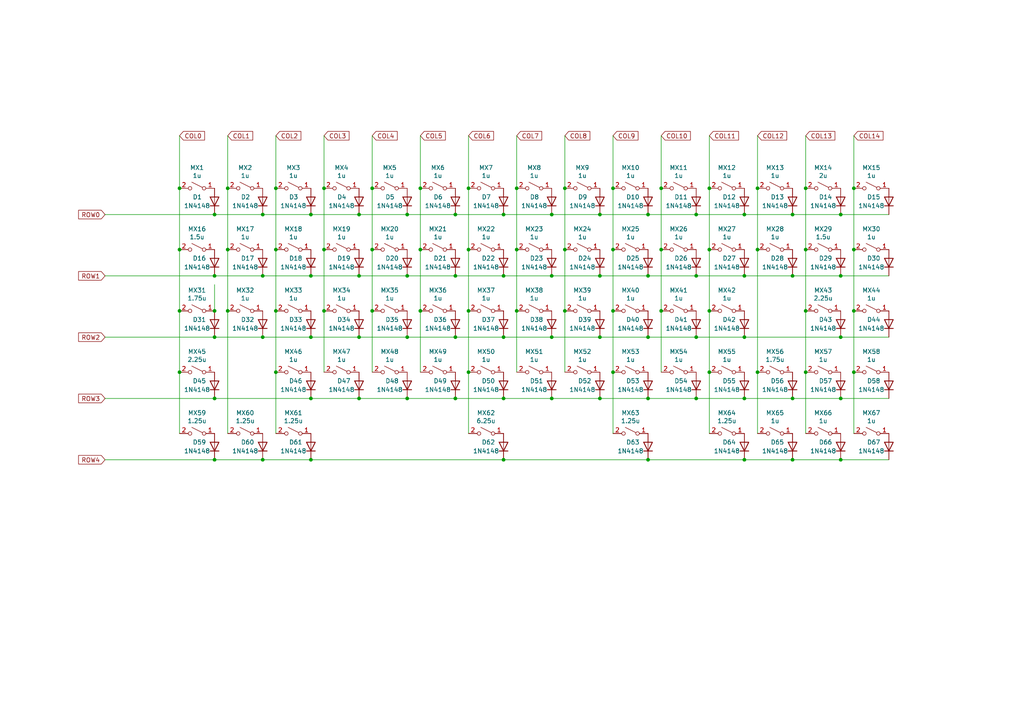
<source format=kicad_sch>
(kicad_sch (version 20230121) (generator eeschema)
  (paper "A4")
  (junction (at 90.17 133.35))
  (junction (at 191.77 54.61))
  (junction (at 76.2 80.01))
  (junction (at 80.01 90.17))
  (junction (at 173.99 80.01))
  (junction (at 146.05 62.23))
  (junction (at 201.93 80.01))
  (junction (at 243.84 62.23))
  (junction (at 62.23 97.79))
  (junction (at 93.98 90.17))
  (junction (at 233.68 107.95))
  (junction (at 107.95 90.17))
  (junction (at 173.99 62.23))
  (junction (at 146.05 97.79))
  (junction (at 177.8 54.61))
  (junction (at 146.05 80.01))
  (junction (at 121.92 90.17))
  (junction (at 243.84 133.35))
  (junction (at 93.98 54.61))
  (junction (at 229.87 133.35))
  (junction (at 90.17 97.79))
  (junction (at 187.96 133.35))
  (junction (at 243.84 97.79))
  (junction (at 177.8 107.95))
  (junction (at 160.02 97.79))
  (junction (at 132.08 115.57))
  (junction (at 121.92 54.61))
  (junction (at 80.01 72.39))
  (junction (at 76.2 97.79))
  (junction (at 62.23 80.01))
  (junction (at 247.65 54.61))
  (junction (at 135.89 54.61))
  (junction (at 187.96 115.57))
  (junction (at 160.02 62.23))
  (junction (at 132.08 97.79))
  (junction (at 247.65 72.39))
  (junction (at 215.9 80.01))
  (junction (at 104.14 115.57))
  (junction (at 132.08 62.23))
  (junction (at 205.74 72.39))
  (junction (at 80.01 107.95))
  (junction (at 76.2 62.23))
  (junction (at 233.68 72.39))
  (junction (at 173.99 97.79))
  (junction (at 132.08 80.01))
  (junction (at 62.23 133.35))
  (junction (at 62.23 62.23))
  (junction (at 118.11 97.79))
  (junction (at 149.86 90.17))
  (junction (at 215.9 97.79))
  (junction (at 149.86 72.39))
  (junction (at 187.96 97.79))
  (junction (at 107.95 72.39))
  (junction (at 247.65 107.95))
  (junction (at 247.65 90.17))
  (junction (at 219.71 107.95))
  (junction (at 146.05 115.57))
  (junction (at 104.14 97.79))
  (junction (at 243.84 80.01))
  (junction (at 201.93 97.79))
  (junction (at 191.77 90.17))
  (junction (at 121.92 72.39))
  (junction (at 66.04 90.17))
  (junction (at 205.74 90.17))
  (junction (at 201.93 115.57))
  (junction (at 118.11 80.01))
  (junction (at 201.93 62.23))
  (junction (at 80.01 54.61))
  (junction (at 118.11 115.57))
  (junction (at 163.83 72.39))
  (junction (at 90.17 115.57))
  (junction (at 205.74 107.95))
  (junction (at 215.9 115.57))
  (junction (at 163.83 54.61))
  (junction (at 76.2 133.35))
  (junction (at 90.17 80.01))
  (junction (at 104.14 80.01))
  (junction (at 177.8 90.17))
  (junction (at 52.07 90.17))
  (junction (at 93.98 72.39))
  (junction (at 233.68 90.17))
  (junction (at 160.02 80.01))
  (junction (at 52.07 54.61))
  (junction (at 149.86 54.61))
  (junction (at 62.23 115.57))
  (junction (at 107.95 54.61))
  (junction (at 66.04 54.61))
  (junction (at 90.17 62.23))
  (junction (at 191.77 72.39))
  (junction (at 229.87 62.23))
  (junction (at 52.07 72.39))
  (junction (at 215.9 133.35))
  (junction (at 62.23 90.17))
  (junction (at 219.71 72.39))
  (junction (at 187.96 80.01))
  (junction (at 52.07 107.95))
  (junction (at 233.68 54.61))
  (junction (at 135.89 72.39))
  (junction (at 160.02 115.57))
  (junction (at 135.89 90.17))
  (junction (at 146.05 133.35))
  (junction (at 66.04 72.39))
  (junction (at 177.8 72.39))
  (junction (at 229.87 115.57))
  (junction (at 163.83 90.17))
  (junction (at 205.74 54.61))
  (junction (at 219.71 54.61))
  (junction (at 229.87 80.01))
  (junction (at 135.89 107.95))
  (junction (at 173.99 115.57))
  (junction (at 104.14 62.23))
  (junction (at 187.96 62.23))
  (junction (at 215.9 62.23))
  (junction (at 118.11 62.23))
  (junction (at 243.84 115.57))
  (wire (pts (xy 146.05 115.57) (xy 160.02 115.57)))
  (wire (pts (xy 215.9 80.01) (xy 229.87 80.01)))
  (wire (pts (xy 90.17 115.57) (xy 104.14 115.57)))
  (wire (pts (xy 104.14 97.79) (xy 90.17 97.79)))
  (wire (pts (xy 243.84 80.01) (xy 257.81 80.01)))
  (wire (pts (xy 187.96 80.01) (xy 201.93 80.01)))
  (wire (pts (xy 90.17 133.35) (xy 76.2 133.35)))
  (wire (pts (xy 52.07 107.95) (xy 52.07 125.73)))
  (wire (pts (xy 163.83 72.39) (xy 163.83 54.61)))
  (wire (pts (xy 205.74 107.95) (xy 205.74 90.17)))
  (wire (pts (xy 135.89 107.95) (xy 135.89 125.73)))
  (wire (pts (xy 52.07 90.17) (xy 52.07 107.95)))
  (wire (pts (xy 247.65 54.61) (xy 247.65 72.39)))
  (wire (pts (xy 30.48 115.57) (xy 62.23 115.57)))
  (wire (pts (xy 121.92 54.61) (xy 121.92 39.37)))
  (wire (pts (xy 107.95 39.37) (xy 107.95 54.61)))
  (wire (pts (xy 247.65 39.37) (xy 247.65 54.61)))
  (wire (pts (xy 93.98 54.61) (xy 93.98 39.37)))
  (wire (pts (xy 219.71 39.37) (xy 219.71 54.61)))
  (wire (pts (xy 93.98 72.39) (xy 93.98 54.61)))
  (wire (pts (xy 107.95 54.61) (xy 107.95 72.39)))
  (wire (pts (xy 173.99 97.79) (xy 160.02 97.79)))
  (wire (pts (xy 247.65 90.17) (xy 247.65 107.95)))
  (wire (pts (xy 90.17 80.01) (xy 104.14 80.01)))
  (wire (pts (xy 201.93 80.01) (xy 215.9 80.01)))
  (wire (pts (xy 205.74 72.39) (xy 205.74 54.61)))
  (wire (pts (xy 135.89 39.37) (xy 135.89 54.61)))
  (wire (pts (xy 219.71 72.39) (xy 219.71 107.95)))
  (wire (pts (xy 62.23 82.55) (xy 62.23 90.17)))
  (wire (pts (xy 135.89 72.39) (xy 135.89 90.17)))
  (wire (pts (xy 233.68 125.73) (xy 233.68 107.95)))
  (wire (pts (xy 243.84 115.57) (xy 257.81 115.57)))
  (wire (pts (xy 187.96 115.57) (xy 201.93 115.57)))
  (wire (pts (xy 121.92 107.95) (xy 121.92 90.17)))
  (wire (pts (xy 104.14 115.57) (xy 118.11 115.57)))
  (wire (pts (xy 205.74 107.95) (xy 205.74 125.73)))
  (wire (pts (xy 149.86 54.61) (xy 149.86 39.37)))
  (wire (pts (xy 107.95 90.17) (xy 107.95 107.95)))
  (wire (pts (xy 219.71 107.95) (xy 219.71 125.73)))
  (wire (pts (xy 173.99 115.57) (xy 187.96 115.57)))
  (wire (pts (xy 30.48 97.79) (xy 62.23 97.79)))
  (wire (pts (xy 30.48 133.35) (xy 62.23 133.35)))
  (wire (pts (xy 243.84 62.23) (xy 257.81 62.23)))
  (wire (pts (xy 229.87 62.23) (xy 215.9 62.23)))
  (wire (pts (xy 191.77 54.61) (xy 191.77 72.39)))
  (wire (pts (xy 219.71 54.61) (xy 219.71 72.39)))
  (wire (pts (xy 118.11 62.23) (xy 104.14 62.23)))
  (wire (pts (xy 160.02 97.79) (xy 146.05 97.79)))
  (wire (pts (xy 76.2 62.23) (xy 62.23 62.23)))
  (wire (pts (xy 66.04 90.17) (xy 66.04 125.73)))
  (wire (pts (xy 233.68 54.61) (xy 233.68 72.39)))
  (wire (pts (xy 191.77 39.37) (xy 191.77 54.61)))
  (wire (pts (xy 76.2 97.79) (xy 62.23 97.79)))
  (wire (pts (xy 163.83 90.17) (xy 163.83 72.39)))
  (wire (pts (xy 76.2 133.35) (xy 62.23 133.35)))
  (wire (pts (xy 80.01 90.17) (xy 80.01 107.95)))
  (wire (pts (xy 173.99 80.01) (xy 187.96 80.01)))
  (wire (pts (xy 80.01 39.37) (xy 80.01 54.61)))
  (wire (pts (xy 201.93 97.79) (xy 187.96 97.79)))
  (wire (pts (xy 233.68 39.37) (xy 233.68 54.61)))
  (wire (pts (xy 118.11 115.57) (xy 132.08 115.57)))
  (wire (pts (xy 62.23 80.01) (xy 76.2 80.01)))
  (wire (pts (xy 90.17 97.79) (xy 76.2 97.79)))
  (wire (pts (xy 118.11 80.01) (xy 132.08 80.01)))
  (wire (pts (xy 201.93 115.57) (xy 215.9 115.57)))
  (wire (pts (xy 257.81 97.79) (xy 243.84 97.79)))
  (wire (pts (xy 66.04 72.39) (xy 66.04 54.61)))
  (wire (pts (xy 132.08 115.57) (xy 146.05 115.57)))
  (wire (pts (xy 187.96 133.35) (xy 215.9 133.35)))
  (wire (pts (xy 135.89 54.61) (xy 135.89 72.39)))
  (wire (pts (xy 132.08 80.01) (xy 146.05 80.01)))
  (wire (pts (xy 243.84 133.35) (xy 229.87 133.35)))
  (wire (pts (xy 149.86 72.39) (xy 149.86 54.61)))
  (wire (pts (xy 93.98 90.17) (xy 93.98 72.39)))
  (wire (pts (xy 104.14 80.01) (xy 118.11 80.01)))
  (wire (pts (xy 229.87 115.57) (xy 243.84 115.57)))
  (wire (pts (xy 177.8 72.39) (xy 177.8 90.17)))
  (wire (pts (xy 187.96 62.23) (xy 173.99 62.23)))
  (wire (pts (xy 201.93 62.23) (xy 187.96 62.23)))
  (wire (pts (xy 80.01 107.95) (xy 80.01 125.73)))
  (wire (pts (xy 177.8 39.37) (xy 177.8 54.61)))
  (wire (pts (xy 233.68 90.17) (xy 233.68 72.39)))
  (wire (pts (xy 90.17 62.23) (xy 76.2 62.23)))
  (wire (pts (xy 121.92 72.39) (xy 121.92 54.61)))
  (wire (pts (xy 80.01 72.39) (xy 80.01 90.17)))
  (wire (pts (xy 52.07 54.61) (xy 52.07 72.39)))
  (wire (pts (xy 163.83 107.95) (xy 163.83 90.17)))
  (wire (pts (xy 118.11 97.79) (xy 104.14 97.79)))
  (wire (pts (xy 52.07 39.37) (xy 52.07 54.61)))
  (wire (pts (xy 215.9 97.79) (xy 201.93 97.79)))
  (wire (pts (xy 215.9 62.23) (xy 201.93 62.23)))
  (wire (pts (xy 247.65 72.39) (xy 247.65 90.17)))
  (wire (pts (xy 229.87 62.23) (xy 243.84 62.23)))
  (wire (pts (xy 104.14 62.23) (xy 90.17 62.23)))
  (wire (pts (xy 146.05 62.23) (xy 132.08 62.23)))
  (wire (pts (xy 66.04 90.17) (xy 66.04 72.39)))
  (wire (pts (xy 205.74 90.17) (xy 205.74 72.39)))
  (wire (pts (xy 149.86 90.17) (xy 149.86 72.39)))
  (wire (pts (xy 229.87 133.35) (xy 215.9 133.35)))
  (wire (pts (xy 215.9 97.79) (xy 243.84 97.79)))
  (wire (pts (xy 243.84 133.35) (xy 257.81 133.35)))
  (wire (pts (xy 173.99 62.23) (xy 160.02 62.23)))
  (wire (pts (xy 177.8 54.61) (xy 177.8 72.39)))
  (wire (pts (xy 163.83 54.61) (xy 163.83 39.37)))
  (wire (pts (xy 160.02 115.57) (xy 173.99 115.57)))
  (wire (pts (xy 187.96 97.79) (xy 173.99 97.79)))
  (wire (pts (xy 30.48 62.23) (xy 62.23 62.23)))
  (wire (pts (xy 177.8 90.17) (xy 177.8 107.95)))
  (wire (pts (xy 62.23 80.01) (xy 30.48 80.01)))
  (wire (pts (xy 229.87 80.01) (xy 243.84 80.01)))
  (wire (pts (xy 160.02 80.01) (xy 173.99 80.01)))
  (wire (pts (xy 146.05 80.01) (xy 160.02 80.01)))
  (wire (pts (xy 107.95 72.39) (xy 107.95 90.17)))
  (wire (pts (xy 215.9 115.57) (xy 229.87 115.57)))
  (wire (pts (xy 177.8 107.95) (xy 177.8 125.73)))
  (wire (pts (xy 132.08 62.23) (xy 118.11 62.23)))
  (wire (pts (xy 66.04 54.61) (xy 66.04 39.37)))
  (wire (pts (xy 191.77 90.17) (xy 191.77 107.95)))
  (wire (pts (xy 135.89 90.17) (xy 135.89 107.95)))
  (wire (pts (xy 149.86 107.95) (xy 149.86 90.17)))
  (wire (pts (xy 205.74 54.61) (xy 205.74 39.37)))
  (wire (pts (xy 233.68 107.95) (xy 233.68 90.17)))
  (wire (pts (xy 52.07 72.39) (xy 52.07 90.17)))
  (wire (pts (xy 80.01 54.61) (xy 80.01 72.39)))
  (wire (pts (xy 62.23 115.57) (xy 90.17 115.57)))
  (wire (pts (xy 76.2 80.01) (xy 90.17 80.01)))
  (wire (pts (xy 146.05 133.35) (xy 90.17 133.35)))
  (wire (pts (xy 187.96 133.35) (xy 146.05 133.35)))
  (wire (pts (xy 146.05 97.79) (xy 132.08 97.79)))
  (wire (pts (xy 191.77 72.39) (xy 191.77 90.17)))
  (wire (pts (xy 160.02 62.23) (xy 146.05 62.23)))
  (wire (pts (xy 93.98 107.95) (xy 93.98 90.17)))
  (wire (pts (xy 247.65 107.95) (xy 247.65 125.73)))
  (wire (pts (xy 132.08 97.79) (xy 118.11 97.79)))
  (wire (pts (xy 121.92 90.17) (xy 121.92 72.39)))
  (global_label "ROW2" (shape input) (at 30.48 97.79 180) (property "Intersheetrefs" "${INTERSHEET_REFS}" (effects hide)))
  (global_label "COL12" (shape input) (at 219.71 39.37 0) (property "Intersheetrefs" "${INTERSHEET_REFS}" (effects hide)))
  (global_label "COL14" (shape input) (at 247.65 39.37 0) (property "Intersheetrefs" "${INTERSHEET_REFS}" (effects hide)))
  (global_label "COL9" (shape input) (at 177.8 39.37 0) (property "Intersheetrefs" "${INTERSHEET_REFS}" (effects hide)))
  (global_label "ROW0" (shape input) (at 30.48 62.23 180) (property "Intersheetrefs" "${INTERSHEET_REFS}" (effects hide)))
  (global_label "COL0" (shape input) (at 52.07 39.37 0) (property "Intersheetrefs" "${INTERSHEET_REFS}" (effects hide)))
  (global_label "COL11" (shape input) (at 205.74 39.37 0) (property "Intersheetrefs" "${INTERSHEET_REFS}" (effects hide)))
  (global_label "COL13" (shape input) (at 233.68 39.37 0) (property "Intersheetrefs" "${INTERSHEET_REFS}" (effects hide)))
  (global_label "COL4" (shape input) (at 107.95 39.37 0) (property "Intersheetrefs" "${INTERSHEET_REFS}" (effects hide)))
  (global_label "COL10" (shape input) (at 191.77 39.37 0) (property "Intersheetrefs" "${INTERSHEET_REFS}" (effects hide)))
  (global_label "COL2" (shape input) (at 80.01 39.37 0) (property "Intersheetrefs" "${INTERSHEET_REFS}" (effects hide)))
  (global_label "COL6" (shape input) (at 135.89 39.37 0) (property "Intersheetrefs" "${INTERSHEET_REFS}" (effects hide)))
  (global_label "COL7" (shape input) (at 149.86 39.37 0) (property "Intersheetrefs" "${INTERSHEET_REFS}" (effects hide)))
  (global_label "ROW3" (shape input) (at 30.48 115.57 180) (property "Intersheetrefs" "${INTERSHEET_REFS}" (effects hide)))
  (global_label "COL5" (shape input) (at 121.92 39.37 0) (property "Intersheetrefs" "${INTERSHEET_REFS}" (effects hide)))
  (global_label "COL1" (shape input) (at 66.04 39.37 0) (property "Intersheetrefs" "${INTERSHEET_REFS}" (effects hide)))
  (global_label "ROW1" (shape input) (at 30.48 80.01 180) (property "Intersheetrefs" "${INTERSHEET_REFS}" (effects hide)))
  (global_label "ROW4" (shape input) (at 30.48 133.35 180) (property "Intersheetrefs" "${INTERSHEET_REFS}" (effects hide)))
  (global_label "COL3" (shape input) (at 93.98 39.37 0) (property "Intersheetrefs" "${INTERSHEET_REFS}" (effects hide)))
  (global_label "COL8" (shape input) (at 163.83 39.37 0) (property "Intersheetrefs" "${INTERSHEET_REFS}" (effects hide)))
  (symbol (lib_id "mikeneko-65-pcb-rescue:SW_SPST-Switch") (at 224.79 107.95 0) (mirror y) (unit 1)
    (property "Reference" "MX56" (at 224.79 101.981 0))
    (property "Value" "1.75u" (at 224.79 104.2924 0))
    (property "Footprint" "MX_Only:MXOnly-1.75U-Hotswap" (effects hide))
    (property "LCSC Part #" "C2803348" (effects hide))
  )
  (symbol (lib_id "Diode:1N4148") (at 201.93 111.76 90) (unit 1)
    (property "Reference" "D54" (at 195.58 110.49 90) (effects (justify right)))
    (property "Value" "1N4148" (at 193.04 113.03 90) (effects (justify right)))
    (property "Footprint" "Diode_SMD:D_SOD-123" (effects hide))
    (property "Datasheet" "https://assets.nexperia.com/documents/data-sheet/1N4148_1N4448.pdf" (effects hide))
    (property "LCSC Part #" "C81598" (effects hide))
    (property "Sim.Device" "D" (effects hide))
    (property "Sim.Pins" "1=K 2=A" (effects hide))
  )
  (symbol (lib_id "mikeneko-65-pcb-rescue:SW_SPST-Switch") (at 196.85 72.39 0) (mirror y) (unit 1)
    (property "Reference" "MX26" (at 196.85 66.421 0))
    (property "Value" "1u" (at 196.85 68.7324 0))
    (property "Footprint" "MX_Only:MXOnly-1U-Hotswap" (effects hide))
    (property "LCSC Part #" "C2803348" (effects hide))
  )
  (symbol (lib_id "Diode:1N4148") (at 118.11 76.2 90) (unit 1)
    (property "Reference" "D20" (at 111.76 74.93 90) (effects (justify right)))
    (property "Value" "1N4148" (at 109.22 77.47 90) (effects (justify right)))
    (property "Footprint" "Diode_SMD:D_SOD-123" (effects hide))
    (property "Datasheet" "https://assets.nexperia.com/documents/data-sheet/1N4148_1N4448.pdf" (effects hide))
    (property "LCSC Part #" "C81598" (effects hide))
    (property "Sim.Device" "D" (effects hide))
    (property "Sim.Pins" "1=K 2=A" (effects hide))
  )
  (symbol (lib_id "mikeneko-65-pcb-rescue:SW_SPST-Switch") (at 182.88 90.17 0) (mirror y) (unit 1)
    (property "Reference" "MX40" (at 182.88 84.201 0))
    (property "Value" "1u" (at 182.88 86.5124 0))
    (property "Footprint" "MX_Only:MXOnly-1U-Hotswap" (effects hide))
    (property "LCSC Part #" "C2803348" (effects hide))
  )
  (symbol (lib_id "Diode:1N4148") (at 90.17 129.54 90) (unit 1)
    (property "Reference" "D61" (at 83.82 128.27 90) (effects (justify right)))
    (property "Value" "1N4148" (at 81.28 130.81 90) (effects (justify right)))
    (property "Footprint" "Diode_SMD:D_SOD-123" (effects hide))
    (property "Datasheet" "https://assets.nexperia.com/documents/data-sheet/1N4148_1N4448.pdf" (effects hide))
    (property "LCSC Part #" "C81598" (effects hide))
    (property "Sim.Device" "D" (effects hide))
    (property "Sim.Pins" "1=K 2=A" (effects hide))
  )
  (symbol (lib_id "mikeneko-65-pcb-rescue:SW_SPST-Switch") (at 57.15 125.73 0) (mirror y) (unit 1)
    (property "Reference" "MX59" (at 57.15 119.761 0))
    (property "Value" "1.25u" (at 57.15 122.0724 0))
    (property "Footprint" "MX_Only:MXOnly-1.25U-Hotswap" (effects hide))
    (property "LCSC Part #" "C2803348" (effects hide))
  )
  (symbol (lib_id "mikeneko-65-pcb-rescue:SW_SPST-Switch") (at 252.73 125.73 0) (mirror y) (unit 1)
    (property "Reference" "MX67" (at 252.73 119.761 0))
    (property "Value" "1u" (at 252.73 122.0724 0))
    (property "Footprint" "MX_Only:MXOnly-1U-Hotswap" (effects hide))
    (property "LCSC Part #" "C2803348" (effects hide))
  )
  (symbol (lib_id "Diode:1N4148") (at 243.84 58.42 90) (unit 1)
    (property "Reference" "D14" (at 237.49 57.15 90) (effects (justify right)))
    (property "Value" "1N4148" (at 234.95 59.69 90) (effects (justify right)))
    (property "Footprint" "Diode_SMD:D_SOD-123" (effects hide))
    (property "Datasheet" "https://assets.nexperia.com/documents/data-sheet/1N4148_1N4448.pdf" (effects hide))
    (property "LCSC Part #" "C81598" (effects hide))
    (property "Sim.Device" "D" (effects hide))
    (property "Sim.Pins" "1=K 2=A" (effects hide))
  )
  (symbol (lib_id "mikeneko-65-pcb-rescue:SW_SPST-Switch") (at 252.73 107.95 0) (mirror y) (unit 1)
    (property "Reference" "MX58" (at 252.73 101.981 0))
    (property "Value" "1u" (at 252.73 104.2924 0))
    (property "Footprint" "MX_Only:MXOnly-1U-Hotswap" (effects hide))
    (property "LCSC Part #" "C2803348" (effects hide))
  )
  (symbol (lib_id "Diode:1N4148") (at 243.84 129.54 90) (unit 1)
    (property "Reference" "D66" (at 237.49 128.27 90) (effects (justify right)))
    (property "Value" "1N4148" (at 234.95 130.81 90) (effects (justify right)))
    (property "Footprint" "Diode_SMD:D_SOD-123" (effects hide))
    (property "Datasheet" "https://assets.nexperia.com/documents/data-sheet/1N4148_1N4448.pdf" (effects hide))
    (property "LCSC Part #" "C81598" (effects hide))
    (property "Sim.Device" "D" (effects hide))
    (property "Sim.Pins" "1=K 2=A" (effects hide))
  )
  (symbol (lib_id "Diode:1N4148") (at 201.93 76.2 90) (unit 1)
    (property "Reference" "D26" (at 195.58 74.93 90) (effects (justify right)))
    (property "Value" "1N4148" (at 193.04 77.47 90) (effects (justify right)))
    (property "Footprint" "Diode_SMD:D_SOD-123" (effects hide))
    (property "Datasheet" "https://assets.nexperia.com/documents/data-sheet/1N4148_1N4448.pdf" (effects hide))
    (property "LCSC Part #" "C81598" (effects hide))
    (property "Sim.Device" "D" (effects hide))
    (property "Sim.Pins" "1=K 2=A" (effects hide))
  )
  (symbol (lib_id "Diode:1N4148") (at 173.99 58.42 90) (unit 1)
    (property "Reference" "D9" (at 167.64 57.15 90) (effects (justify right)))
    (property "Value" "1N4148" (at 165.1 59.69 90) (effects (justify right)))
    (property "Footprint" "Diode_SMD:D_SOD-123" (effects hide))
    (property "Datasheet" "https://assets.nexperia.com/documents/data-sheet/1N4148_1N4448.pdf" (effects hide))
    (property "LCSC Part #" "C81598" (effects hide))
    (property "Sim.Device" "D" (effects hide))
    (property "Sim.Pins" "1=K 2=A" (effects hide))
  )
  (symbol (lib_id "Diode:1N4148") (at 118.11 58.42 90) (unit 1)
    (property "Reference" "D5" (at 111.76 57.15 90) (effects (justify right)))
    (property "Value" "1N4148" (at 109.22 59.69 90) (effects (justify right)))
    (property "Footprint" "Diode_SMD:D_SOD-123" (effects hide))
    (property "Datasheet" "https://assets.nexperia.com/documents/data-sheet/1N4148_1N4448.pdf" (effects hide))
    (property "LCSC Part #" "C81598" (effects hide))
    (property "Sim.Device" "D" (effects hide))
    (property "Sim.Pins" "1=K 2=A" (effects hide))
  )
  (symbol (lib_id "mikeneko-65-pcb-rescue:SW_SPST-Switch") (at 210.82 107.95 0) (mirror y) (unit 1)
    (property "Reference" "MX55" (at 210.82 101.981 0))
    (property "Value" "1u" (at 210.82 104.2924 0))
    (property "Footprint" "MX_Only:MXOnly-1U-Hotswap" (effects hide))
    (property "LCSC Part #" "C2803348" (effects hide))
  )
  (symbol (lib_id "Diode:1N4148") (at 201.93 93.98 90) (unit 1)
    (property "Reference" "D41" (at 195.58 92.71 90) (effects (justify right)))
    (property "Value" "1N4148" (at 193.04 95.25 90) (effects (justify right)))
    (property "Footprint" "Diode_SMD:D_SOD-123" (effects hide))
    (property "Datasheet" "https://assets.nexperia.com/documents/data-sheet/1N4148_1N4448.pdf" (effects hide))
    (property "LCSC Part #" "C81598" (effects hide))
    (property "Sim.Device" "D" (effects hide))
    (property "Sim.Pins" "1=K 2=A" (effects hide))
  )
  (symbol (lib_id "mikeneko-65-pcb-rescue:SW_SPST-Switch") (at 252.73 72.39 0) (mirror y) (unit 1)
    (property "Reference" "MX30" (at 252.73 66.421 0))
    (property "Value" "1u" (at 252.73 68.7324 0))
    (property "Footprint" "MX_Only:MXOnly-1U-Hotswap" (effects hide))
    (property "LCSC Part #" "C2803348" (effects hide))
  )
  (symbol (lib_id "mikeneko-65-pcb-rescue:SW_SPST-Switch") (at 140.97 72.39 0) (mirror y) (unit 1)
    (property "Reference" "MX22" (at 140.97 66.421 0))
    (property "Value" "1u" (at 140.97 68.7324 0))
    (property "Footprint" "MX_Only:MXOnly-1U-Hotswap" (effects hide))
    (property "LCSC Part #" "C2803348" (effects hide))
  )
  (symbol (lib_id "Diode:1N4148") (at 257.81 58.42 90) (unit 1)
    (property "Reference" "D15" (at 251.46 57.15 90) (effects (justify right)))
    (property "Value" "1N4148" (at 248.92 59.69 90) (effects (justify right)))
    (property "Footprint" "Diode_SMD:D_SOD-123" (effects hide))
    (property "Datasheet" "https://assets.nexperia.com/documents/data-sheet/1N4148_1N4448.pdf" (effects hide))
    (property "LCSC Part #" "C81598" (effects hide))
    (property "Sim.Device" "D" (effects hide))
    (property "Sim.Pins" "1=K 2=A" (effects hide))
  )
  (symbol (lib_id "Diode:1N4148") (at 160.02 58.42 90) (unit 1)
    (property "Reference" "D8" (at 153.67 57.15 90) (effects (justify right)))
    (property "Value" "1N4148" (at 151.13 59.69 90) (effects (justify right)))
    (property "Footprint" "Diode_SMD:D_SOD-123" (effects hide))
    (property "Datasheet" "https://assets.nexperia.com/documents/data-sheet/1N4148_1N4448.pdf" (effects hide))
    (property "LCSC Part #" "C81598" (effects hide))
    (property "Sim.Device" "D" (effects hide))
    (property "Sim.Pins" "1=K 2=A" (effects hide))
  )
  (symbol (lib_id "mikeneko-65-pcb-rescue:SW_SPST-Switch") (at 113.03 90.17 0) (mirror y) (unit 1)
    (property "Reference" "MX35" (at 113.03 84.201 0))
    (property "Value" "1u" (at 113.03 86.5124 0))
    (property "Footprint" "MX_Only:MXOnly-1U-Hotswap" (effects hide))
    (property "LCSC Part #" "C2803348" (effects hide))
  )
  (symbol (lib_id "mikeneko-65-pcb-rescue:SW_SPST-Switch") (at 71.12 90.17 0) (mirror y) (unit 1)
    (property "Reference" "MX32" (at 71.12 84.201 0))
    (property "Value" "1u" (at 71.12 86.5124 0))
    (property "Footprint" "MX_Only:MXOnly-1U-Hotswap" (effects hide))
    (property "LCSC Part #" "C2803348" (effects hide))
  )
  (symbol (lib_id "mikeneko-65-pcb-rescue:SW_SPST-Switch") (at 140.97 54.61 0) (mirror y) (unit 1)
    (property "Reference" "MX7" (at 140.97 48.641 0))
    (property "Value" "1u" (at 140.97 50.9524 0))
    (property "Footprint" "MX_Only:MXOnly-1U-Hotswap" (effects hide))
    (property "LCSC Part #" "C2803348" (effects hide))
  )
  (symbol (lib_id "Diode:1N4148") (at 215.9 58.42 90) (unit 1)
    (property "Reference" "D12" (at 209.55 57.15 90) (effects (justify right)))
    (property "Value" "1N4148" (at 207.01 59.69 90) (effects (justify right)))
    (property "Footprint" "Diode_SMD:D_SOD-123" (effects hide))
    (property "Datasheet" "https://assets.nexperia.com/documents/data-sheet/1N4148_1N4448.pdf" (effects hide))
    (property "LCSC Part #" "C81598" (effects hide))
    (property "Sim.Device" "D" (effects hide))
    (property "Sim.Pins" "1=K 2=A" (effects hide))
  )
  (symbol (lib_id "Diode:1N4148") (at 62.23 58.42 90) (unit 1)
    (property "Reference" "D1" (at 55.88 57.15 90) (effects (justify right)))
    (property "Value" "1N4148" (at 53.34 59.69 90) (effects (justify right)))
    (property "Footprint" "Diode_SMD:D_SOD-123" (effects hide))
    (property "Datasheet" "https://assets.nexperia.com/documents/data-sheet/1N4148_1N4448.pdf" (effects hide))
    (property "LCSC Part #" "C81598" (effects hide))
    (property "Sim.Device" "D" (effects hide))
    (property "Sim.Pins" "1=K 2=A" (effects hide))
  )
  (symbol (lib_id "mikeneko-65-pcb-rescue:SW_SPST-Switch") (at 85.09 90.17 0) (mirror y) (unit 1)
    (property "Reference" "MX33" (at 85.09 84.201 0))
    (property "Value" "1u" (at 85.09 86.5124 0))
    (property "Footprint" "MX_Only:MXOnly-1U-Hotswap" (effects hide))
    (property "LCSC Part #" "C2803348" (effects hide))
  )
  (symbol (lib_id "Diode:1N4148") (at 104.14 58.42 90) (unit 1)
    (property "Reference" "D4" (at 97.79 57.15 90) (effects (justify right)))
    (property "Value" "1N4148" (at 95.25 59.69 90) (effects (justify right)))
    (property "Footprint" "Diode_SMD:D_SOD-123" (effects hide))
    (property "Datasheet" "https://assets.nexperia.com/documents/data-sheet/1N4148_1N4448.pdf" (effects hide))
    (property "LCSC Part #" "C81598" (effects hide))
    (property "Sim.Device" "D" (effects hide))
    (property "Sim.Pins" "1=K 2=A" (effects hide))
  )
  (symbol (lib_id "Diode:1N4148") (at 76.2 129.54 90) (unit 1)
    (property "Reference" "D60" (at 69.85 128.27 90) (effects (justify right)))
    (property "Value" "1N4148" (at 67.31 130.81 90) (effects (justify right)))
    (property "Footprint" "Diode_SMD:D_SOD-123" (effects hide))
    (property "Datasheet" "https://assets.nexperia.com/documents/data-sheet/1N4148_1N4448.pdf" (effects hide))
    (property "LCSC Part #" "C81598" (effects hide))
    (property "Sim.Device" "D" (effects hide))
    (property "Sim.Pins" "1=K 2=A" (effects hide))
  )
  (symbol (lib_id "Diode:1N4148") (at 173.99 111.76 90) (unit 1)
    (property "Reference" "D52" (at 167.64 110.49 90) (effects (justify right)))
    (property "Value" "1N4148" (at 165.1 113.03 90) (effects (justify right)))
    (property "Footprint" "Diode_SMD:D_SOD-123" (effects hide))
    (property "Datasheet" "https://assets.nexperia.com/documents/data-sheet/1N4148_1N4448.pdf" (effects hide))
    (property "LCSC Part #" "C81598" (effects hide))
    (property "Sim.Device" "D" (effects hide))
    (property "Sim.Pins" "1=K 2=A" (effects hide))
  )
  (symbol (lib_id "Diode:1N4148") (at 173.99 76.2 90) (unit 1)
    (property "Reference" "D24" (at 167.64 74.93 90) (effects (justify right)))
    (property "Value" "1N4148" (at 165.1 77.47 90) (effects (justify right)))
    (property "Footprint" "Diode_SMD:D_SOD-123" (effects hide))
    (property "Datasheet" "https://assets.nexperia.com/documents/data-sheet/1N4148_1N4448.pdf" (effects hide))
    (property "LCSC Part #" "C81598" (effects hide))
    (property "Sim.Device" "D" (effects hide))
    (property "Sim.Pins" "1=K 2=A" (effects hide))
  )
  (symbol (lib_id "Diode:1N4148") (at 243.84 76.2 90) (unit 1)
    (property "Reference" "D29" (at 237.49 74.93 90) (effects (justify right)))
    (property "Value" "1N4148" (at 234.95 77.47 90) (effects (justify right)))
    (property "Footprint" "Diode_SMD:D_SOD-123" (effects hide))
    (property "Datasheet" "https://assets.nexperia.com/documents/data-sheet/1N4148_1N4448.pdf" (effects hide))
    (property "LCSC Part #" "C81598" (effects hide))
    (property "Sim.Device" "D" (effects hide))
    (property "Sim.Pins" "1=K 2=A" (effects hide))
  )
  (symbol (lib_id "Diode:1N4148") (at 146.05 76.2 90) (unit 1)
    (property "Reference" "D22" (at 139.7 74.93 90) (effects (justify right)))
    (property "Value" "1N4148" (at 137.16 77.47 90) (effects (justify right)))
    (property "Footprint" "Diode_SMD:D_SOD-123" (effects hide))
    (property "Datasheet" "https://assets.nexperia.com/documents/data-sheet/1N4148_1N4448.pdf" (effects hide))
    (property "LCSC Part #" "C81598" (effects hide))
    (property "Sim.Device" "D" (effects hide))
    (property "Sim.Pins" "1=K 2=A" (effects hide))
  )
  (symbol (lib_id "mikeneko-65-pcb-rescue:SW_SPST-Switch") (at 99.06 54.61 0) (mirror y) (unit 1)
    (property "Reference" "MX4" (at 99.06 48.641 0))
    (property "Value" "1u" (at 99.06 50.9524 0))
    (property "Footprint" "MX_Only:MXOnly-1U-Hotswap" (effects hide))
    (property "LCSC Part #" "C2803348" (effects hide))
  )
  (symbol (lib_id "mikeneko-65-pcb-rescue:SW_SPST-Switch") (at 252.73 54.61 0) (mirror y) (unit 1)
    (property "Reference" "MX15" (at 252.73 48.641 0))
    (property "Value" "1u" (at 252.73 50.9524 0))
    (property "Footprint" "MX_Only:MXOnly-1U-Hotswap" (effects hide))
    (property "LCSC Part #" "C2803348" (effects hide))
  )
  (symbol (lib_id "mikeneko-65-pcb-rescue:SW_SPST-Switch") (at 182.88 54.61 0) (mirror y) (unit 1)
    (property "Reference" "MX10" (at 182.88 48.641 0))
    (property "Value" "1u" (at 182.88 50.9524 0))
    (property "Footprint" "MX_Only:MXOnly-1U-Hotswap" (effects hide))
    (property "LCSC Part #" "C2803348" (effects hide))
  )
  (symbol (lib_id "mikeneko-65-pcb-rescue:SW_SPST-Switch") (at 196.85 54.61 0) (mirror y) (unit 1)
    (property "Reference" "MX11" (at 196.85 48.641 0))
    (property "Value" "1u" (at 196.85 50.9524 0))
    (property "Footprint" "MX_Only:MXOnly-1U-Hotswap" (effects hide))
    (property "LCSC Part #" "C2803348" (effects hide))
  )
  (symbol (lib_id "Diode:1N4148") (at 118.11 93.98 90) (unit 1)
    (property "Reference" "D35" (at 111.76 92.71 90) (effects (justify right)))
    (property "Value" "1N4148" (at 109.22 95.25 90) (effects (justify right)))
    (property "Footprint" "Diode_SMD:D_SOD-123" (effects hide))
    (property "Datasheet" "https://assets.nexperia.com/documents/data-sheet/1N4148_1N4448.pdf" (effects hide))
    (property "LCSC Part #" "C81598" (effects hide))
    (property "Sim.Device" "D" (effects hide))
    (property "Sim.Pins" "1=K 2=A" (effects hide))
  )
  (symbol (lib_id "Diode:1N4148") (at 132.08 58.42 90) (unit 1)
    (property "Reference" "D6" (at 125.73 57.15 90) (effects (justify right)))
    (property "Value" "1N4148" (at 123.19 59.69 90) (effects (justify right)))
    (property "Footprint" "Diode_SMD:D_SOD-123" (effects hide))
    (property "Datasheet" "https://assets.nexperia.com/documents/data-sheet/1N4148_1N4448.pdf" (effects hide))
    (property "LCSC Part #" "C81598" (effects hide))
    (property "Sim.Device" "D" (effects hide))
    (property "Sim.Pins" "1=K 2=A" (effects hide))
  )
  (symbol (lib_id "Diode:1N4148") (at 201.93 58.42 90) (unit 1)
    (property "Reference" "D11" (at 195.58 57.15 90) (effects (justify right)))
    (property "Value" "1N4148" (at 193.04 59.69 90) (effects (justify right)))
    (property "Footprint" "Diode_SMD:D_SOD-123" (effects hide))
    (property "Datasheet" "https://assets.nexperia.com/documents/data-sheet/1N4148_1N4448.pdf" (effects hide))
    (property "LCSC Part #" "C81598" (effects hide))
    (property "Sim.Device" "D" (effects hide))
    (property "Sim.Pins" "1=K 2=A" (effects hide))
  )
  (symbol (lib_id "mikeneko-65-pcb-rescue:SW_SPST-Switch") (at 85.09 54.61 0) (mirror y) (unit 1)
    (property "Reference" "MX3" (at 85.09 48.641 0))
    (property "Value" "1u" (at 85.09 50.9524 0))
    (property "Footprint" "MX_Only:MXOnly-1U-Hotswap" (effects hide))
    (property "LCSC Part #" "C2803348" (effects hide))
  )
  (symbol (lib_id "mikeneko-65-pcb-rescue:SW_SPST-Switch") (at 154.94 54.61 0) (mirror y) (unit 1)
    (property "Reference" "MX8" (at 154.94 48.641 0))
    (property "Value" "1u" (at 154.94 50.9524 0))
    (property "Footprint" "MX_Only:MXOnly-1U-Hotswap" (effects hide))
    (property "LCSC Part #" "C2803348" (effects hide))
  )
  (symbol (lib_id "Diode:1N4148") (at 215.9 93.98 90) (unit 1)
    (property "Reference" "D42" (at 209.55 92.71 90) (effects (justify right)))
    (property "Value" "1N4148" (at 207.01 95.25 90) (effects (justify right)))
    (property "Footprint" "Diode_SMD:D_SOD-123" (effects hide))
    (property "Datasheet" "https://assets.nexperia.com/documents/data-sheet/1N4148_1N4448.pdf" (effects hide))
    (property "LCSC Part #" "C81598" (effects hide))
    (property "Sim.Device" "D" (effects hide))
    (property "Sim.Pins" "1=K 2=A" (effects hide))
  )
  (symbol (lib_id "mikeneko-65-pcb-rescue:SW_SPST-Switch") (at 154.94 90.17 0) (mirror y) (unit 1)
    (property "Reference" "MX38" (at 154.94 84.201 0))
    (property "Value" "1u" (at 154.94 86.5124 0))
    (property "Footprint" "MX_Only:MXOnly-1U-Hotswap" (effects hide))
    (property "LCSC Part #" "C2803348" (effects hide))
  )
  (symbol (lib_id "Diode:1N4148") (at 104.14 111.76 90) (unit 1)
    (property "Reference" "D47" (at 97.79 110.49 90) (effects (justify right)))
    (property "Value" "1N4148" (at 95.25 113.03 90) (effects (justify right)))
    (property "Footprint" "Diode_SMD:D_SOD-123" (effects hide))
    (property "Datasheet" "https://assets.nexperia.com/documents/data-sheet/1N4148_1N4448.pdf" (effects hide))
    (property "LCSC Part #" "C81598" (effects hide))
    (property "Sim.Device" "D" (effects hide))
    (property "Sim.Pins" "1=K 2=A" (effects hide))
  )
  (symbol (lib_id "Diode:1N4148") (at 132.08 76.2 90) (unit 1)
    (property "Reference" "D21" (at 125.73 74.93 90) (effects (justify right)))
    (property "Value" "1N4148" (at 123.19 77.47 90) (effects (justify right)))
    (property "Footprint" "Diode_SMD:D_SOD-123" (effects hide))
    (property "Datasheet" "https://assets.nexperia.com/documents/data-sheet/1N4148_1N4448.pdf" (effects hide))
    (property "LCSC Part #" "C81598" (effects hide))
    (property "Sim.Device" "D" (effects hide))
    (property "Sim.Pins" "1=K 2=A" (effects hide))
  )
  (symbol (lib_id "Diode:1N4148") (at 90.17 76.2 90) (unit 1)
    (property "Reference" "D18" (at 83.82 74.93 90) (effects (justify right)))
    (property "Value" "1N4148" (at 81.28 77.47 90) (effects (justify right)))
    (property "Footprint" "Diode_SMD:D_SOD-123" (effects hide))
    (property "Datasheet" "https://assets.nexperia.com/documents/data-sheet/1N4148_1N4448.pdf" (effects hide))
    (property "LCSC Part #" "C81598" (effects hide))
    (property "Sim.Device" "D" (effects hide))
    (property "Sim.Pins" "1=K 2=A" (effects hide))
  )
  (symbol (lib_id "mikeneko-65-pcb-rescue:SW_SPST-Switch") (at 127 72.39 0) (mirror y) (unit 1)
    (property "Reference" "MX21" (at 127 66.421 0))
    (property "Value" "1u" (at 127 68.7324 0))
    (property "Footprint" "MX_Only:MXOnly-1U-Hotswap" (effects hide))
    (property "LCSC Part #" "C2803348" (effects hide))
  )
  (symbol (lib_id "Diode:1N4148") (at 187.96 93.98 90) (unit 1)
    (property "Reference" "D40" (at 181.61 92.71 90) (effects (justify right)))
    (property "Value" "1N4148" (at 179.07 95.25 90) (effects (justify right)))
    (property "Footprint" "Diode_SMD:D_SOD-123" (effects hide))
    (property "Datasheet" "https://assets.nexperia.com/documents/data-sheet/1N4148_1N4448.pdf" (effects hide))
    (property "LCSC Part #" "C81598" (effects hide))
    (property "Sim.Device" "D" (effects hide))
    (property "Sim.Pins" "1=K 2=A" (effects hide))
  )
  (symbol (lib_id "mikeneko-65-pcb-rescue:SW_SPST-Switch") (at 182.88 107.95 0) (mirror y) (unit 1)
    (property "Reference" "MX53" (at 182.88 101.981 0))
    (property "Value" "1u" (at 182.88 104.2924 0))
    (property "Footprint" "MX_Only:MXOnly-1U-Hotswap" (effects hide))
    (property "LCSC Part #" "C2803348" (effects hide))
  )
  (symbol (lib_id "Diode:1N4148") (at 90.17 58.42 90) (unit 1)
    (property "Reference" "D3" (at 83.82 57.15 90) (effects (justify right)))
    (property "Value" "1N4148" (at 81.28 59.69 90) (effects (justify right)))
    (property "Footprint" "Diode_SMD:D_SOD-123" (effects hide))
    (property "Datasheet" "https://assets.nexperia.com/documents/data-sheet/1N4148_1N4448.pdf" (effects hide))
    (property "LCSC Part #" "C81598" (effects hide))
    (property "Sim.Device" "D" (effects hide))
    (property "Sim.Pins" "1=K 2=A" (effects hide))
  )
  (symbol (lib_id "Diode:1N4148") (at 187.96 76.2 90) (unit 1)
    (property "Reference" "D25" (at 181.61 74.93 90) (effects (justify right)))
    (property "Value" "1N4148" (at 179.07 77.47 90) (effects (justify right)))
    (property "Footprint" "Diode_SMD:D_SOD-123" (effects hide))
    (property "Datasheet" "https://assets.nexperia.com/documents/data-sheet/1N4148_1N4448.pdf" (effects hide))
    (property "LCSC Part #" "C81598" (effects hide))
    (property "Sim.Device" "D" (effects hide))
    (property "Sim.Pins" "1=K 2=A" (effects hide))
  )
  (symbol (lib_id "Diode:1N4148") (at 243.84 111.76 90) (unit 1)
    (property "Reference" "D57" (at 237.49 110.49 90) (effects (justify right)))
    (property "Value" "1N4148" (at 234.95 113.03 90) (effects (justify right)))
    (property "Footprint" "Diode_SMD:D_SOD-123" (effects hide))
    (property "Datasheet" "https://assets.nexperia.com/documents/data-sheet/1N4148_1N4448.pdf" (effects hide))
    (property "LCSC Part #" "C81598" (effects hide))
    (property "Sim.Device" "D" (effects hide))
    (property "Sim.Pins" "1=K 2=A" (effects hide))
  )
  (symbol (lib_id "Diode:1N4148") (at 132.08 111.76 90) (unit 1)
    (property "Reference" "D49" (at 125.73 110.49 90) (effects (justify right)))
    (property "Value" "1N4148" (at 123.19 113.03 90) (effects (justify right)))
    (property "Footprint" "Diode_SMD:D_SOD-123" (effects hide))
    (property "Datasheet" "https://assets.nexperia.com/documents/data-sheet/1N4148_1N4448.pdf" (effects hide))
    (property "LCSC Part #" "C81598" (effects hide))
    (property "Sim.Device" "D" (effects hide))
    (property "Sim.Pins" "1=K 2=A" (effects hide))
  )
  (symbol (lib_id "mikeneko-65-pcb-rescue:SW_SPST-Switch") (at 57.15 107.95 0) (mirror y) (unit 1)
    (property "Reference" "MX45" (at 57.15 101.981 0))
    (property "Value" "2.25u" (at 57.15 104.2924 0))
    (property "Footprint" "MX_Only:MXOnly-2.25U-Hotswap" (effects hide))
    (property "LCSC Part #" "C2803348" (effects hide))
  )
  (symbol (lib_id "Diode:1N4148") (at 215.9 129.54 90) (unit 1)
    (property "Reference" "D64" (at 209.55 128.27 90) (effects (justify right)))
    (property "Value" "1N4148" (at 207.01 130.81 90) (effects (justify right)))
    (property "Footprint" "Diode_SMD:D_SOD-123" (effects hide))
    (property "Datasheet" "https://assets.nexperia.com/documents/data-sheet/1N4148_1N4448.pdf" (effects hide))
    (property "LCSC Part #" "C81598" (effects hide))
    (property "Sim.Device" "D" (effects hide))
    (property "Sim.Pins" "1=K 2=A" (effects hide))
  )
  (symbol (lib_id "Diode:1N4148") (at 187.96 129.54 90) (unit 1)
    (property "Reference" "D63" (at 181.61 128.27 90) (effects (justify right)))
    (property "Value" "1N4148" (at 179.07 130.81 90) (effects (justify right)))
    (property "Footprint" "Diode_SMD:D_SOD-123" (effects hide))
    (property "Datasheet" "https://assets.nexperia.com/documents/data-sheet/1N4148_1N4448.pdf" (effects hide))
    (property "LCSC Part #" "C81598" (effects hide))
    (property "Sim.Device" "D" (effects hide))
    (property "Sim.Pins" "1=K 2=A" (effects hide))
  )
  (symbol (lib_id "mikeneko-65-pcb-rescue:SW_SPST-Switch") (at 113.03 72.39 0) (mirror y) (unit 1)
    (property "Reference" "MX20" (at 113.03 66.421 0))
    (property "Value" "1u" (at 113.03 68.7324 0))
    (property "Footprint" "MX_Only:MXOnly-1U-Hotswap" (effects hide))
    (property "LCSC Part #" "C2803348" (effects hide))
  )
  (symbol (lib_id "Diode:1N4148") (at 146.05 111.76 90) (unit 1)
    (property "Reference" "D50" (at 139.7 110.49 90) (effects (justify right)))
    (property "Value" "1N4148" (at 137.16 113.03 90) (effects (justify right)))
    (property "Footprint" "Diode_SMD:D_SOD-123" (effects hide))
    (property "Datasheet" "https://assets.nexperia.com/documents/data-sheet/1N4148_1N4448.pdf" (effects hide))
    (property "LCSC Part #" "C81598" (effects hide))
    (property "Sim.Device" "D" (effects hide))
    (property "Sim.Pins" "1=K 2=A" (effects hide))
  )
  (symbol (lib_id "Diode:1N4148") (at 62.23 76.2 90) (unit 1)
    (property "Reference" "D16" (at 55.88 74.93 90) (effects (justify right)))
    (property "Value" "1N4148" (at 53.34 77.47 90) (effects (justify right)))
    (property "Footprint" "Diode_SMD:D_SOD-123" (effects hide))
    (property "Datasheet" "https://assets.nexperia.com/documents/data-sheet/1N4148_1N4448.pdf" (effects hide))
    (property "LCSC Part #" "C81598" (effects hide))
    (property "Sim.Device" "D" (effects hide))
    (property "Sim.Pins" "1=K 2=A" (effects hide))
  )
  (symbol (lib_id "mikeneko-65-pcb-rescue:SW_SPST-Switch") (at 154.94 107.95 0) (mirror y) (unit 1)
    (property "Reference" "MX51" (at 154.94 101.981 0))
    (property "Value" "1u" (at 154.94 104.2924 0))
    (property "Footprint" "MX_Only:MXOnly-1U-Hotswap" (effects hide))
    (property "LCSC Part #" "C2803348" (effects hide))
  )
  (symbol (lib_id "mikeneko-65-pcb-rescue:SW_SPST-Switch") (at 210.82 72.39 0) (mirror y) (unit 1)
    (property "Reference" "MX27" (at 210.82 66.421 0))
    (property "Value" "1u" (at 210.82 68.7324 0))
    (property "Footprint" "MX_Only:MXOnly-1U-Hotswap" (effects hide))
    (property "LCSC Part #" "C2803348" (effects hide))
  )
  (symbol (lib_id "mikeneko-65-pcb-rescue:SW_SPST-Switch") (at 127 54.61 0) (mirror y) (unit 1)
    (property "Reference" "MX6" (at 127 48.641 0))
    (property "Value" "1u" (at 127 50.9524 0))
    (property "Footprint" "MX_Only:MXOnly-1U-Hotswap" (effects hide))
    (property "LCSC Part #" "C2803348" (effects hide))
  )
  (symbol (lib_id "Diode:1N4148") (at 243.84 93.98 90) (unit 1)
    (property "Reference" "D43" (at 237.49 92.71 90) (effects (justify right)))
    (property "Value" "1N4148" (at 234.95 95.25 90) (effects (justify right)))
    (property "Footprint" "Diode_SMD:D_SOD-123" (effects hide))
    (property "Datasheet" "https://assets.nexperia.com/documents/data-sheet/1N4148_1N4448.pdf" (effects hide))
    (property "LCSC Part #" "C81598" (effects hide))
    (property "Sim.Device" "D" (effects hide))
    (property "Sim.Pins" "1=K 2=A" (effects hide))
  )
  (symbol (lib_id "Diode:1N4148") (at 173.99 93.98 90) (unit 1)
    (property "Reference" "D39" (at 167.64 92.71 90) (effects (justify right)))
    (property "Value" "1N4148" (at 165.1 95.25 90) (effects (justify right)))
    (property "Footprint" "Diode_SMD:D_SOD-123" (effects hide))
    (property "Datasheet" "https://assets.nexperia.com/documents/data-sheet/1N4148_1N4448.pdf" (effects hide))
    (property "LCSC Part #" "C81598" (effects hide))
    (property "Sim.Device" "D" (effects hide))
    (property "Sim.Pins" "1=K 2=A" (effects hide))
  )
  (symbol (lib_id "Diode:1N4148") (at 62.23 111.76 90) (unit 1)
    (property "Reference" "D45" (at 55.88 110.49 90) (effects (justify right)))
    (property "Value" "1N4148" (at 53.34 113.03 90) (effects (justify right)))
    (property "Footprint" "Diode_SMD:D_SOD-123" (effects hide))
    (property "Datasheet" "https://assets.nexperia.com/documents/data-sheet/1N4148_1N4448.pdf" (effects hide))
    (property "LCSC Part #" "C81598" (effects hide))
    (property "Sim.Device" "D" (effects hide))
    (property "Sim.Pins" "1=K 2=A" (effects hide))
  )
  (symbol (lib_id "mikeneko-65-pcb-rescue:SW_SPST-Switch") (at 71.12 72.39 0) (mirror y) (unit 1)
    (property "Reference" "MX17" (at 71.12 66.421 0))
    (property "Value" "1u" (at 71.12 68.7324 0))
    (property "Footprint" "MX_Only:MXOnly-1U-Hotswap" (effects hide))
    (property "LCSC Part #" "C2803348" (effects hide))
  )
  (symbol (lib_id "mikeneko-65-pcb-rescue:SW_SPST-Switch") (at 224.79 54.61 0) (mirror y) (unit 1)
    (property "Reference" "MX13" (at 224.79 48.641 0))
    (property "Value" "1u" (at 224.79 50.9524 0))
    (property "Footprint" "MX_Only:MXOnly-1U-Hotswap" (effects hide))
    (property "LCSC Part #" "C2803348" (effects hide))
  )
  (symbol (lib_id "mikeneko-65-pcb-rescue:SW_SPST-Switch") (at 140.97 107.95 0) (mirror y) (unit 1)
    (property "Reference" "MX50" (at 140.97 101.981 0))
    (property "Value" "1u" (at 140.97 104.2924 0))
    (property "Footprint" "MX_Only:MXOnly-1U-Hotswap" (effects hide))
    (property "LCSC Part #" "C2803348" (effects hide))
  )
  (symbol (lib_id "mikeneko-65-pcb-rescue:SW_SPST-Switch") (at 196.85 90.17 0) (mirror y) (unit 1)
    (property "Reference" "MX41" (at 196.85 84.201 0))
    (property "Value" "1u" (at 196.85 86.5124 0))
    (property "Footprint" "MX_Only:MXOnly-1U-Hotswap" (effects hide))
    (property "LCSC Part #" "C2803348" (effects hide))
  )
  (symbol (lib_id "Diode:1N4148") (at 62.23 93.98 90) (unit 1)
    (property "Reference" "D31" (at 55.88 92.71 90) (effects (justify right)))
    (property "Value" "1N4148" (at 53.34 95.25 90) (effects (justify right)))
    (property "Footprint" "Diode_SMD:D_SOD-123" (effects hide))
    (property "Datasheet" "https://assets.nexperia.com/documents/data-sheet/1N4148_1N4448.pdf" (effects hide))
    (property "LCSC Part #" "C81598" (effects hide))
    (property "Sim.Device" "D" (effects hide))
    (property "Sim.Pins" "1=K 2=A" (effects hide))
  )
  (symbol (lib_id "mikeneko-65-pcb-rescue:SW_SPST-Switch") (at 252.73 90.17 0) (mirror y) (unit 1)
    (property "Reference" "MX44" (at 252.73 84.201 0))
    (property "Value" "1u" (at 252.73 86.5124 0))
    (property "Footprint" "MX_Only:MXOnly-1U-Hotswap" (effects hide))
    (property "LCSC Part #" "C2803348" (effects hide))
  )
  (symbol (lib_id "Diode:1N4148") (at 229.87 58.42 90) (unit 1)
    (property "Reference" "D13" (at 223.52 57.15 90) (effects (justify right)))
    (property "Value" "1N4148" (at 220.98 59.69 90) (effects (justify right)))
    (property "Footprint" "Diode_SMD:D_SOD-123" (effects hide))
    (property "Datasheet" "https://assets.nexperia.com/documents/data-sheet/1N4148_1N4448.pdf" (effects hide))
    (property "LCSC Part #" "C81598" (effects hide))
    (property "Sim.Device" "D" (effects hide))
    (property "Sim.Pins" "1=K 2=A" (effects hide))
  )
  (symbol (lib_id "mikeneko-65-pcb-rescue:SW_SPST-Switch") (at 57.15 54.61 0) (mirror y) (unit 1)
    (property "Reference" "MX1" (at 57.15 48.641 0))
    (property "Value" "1u" (at 57.15 50.9524 0))
    (property "Footprint" "MX_Only:MXOnly-1U-Hotswap" (effects hide))
    (property "LCSC Part #" "C2803348" (effects hide))
  )
  (symbol (lib_id "mikeneko-65-pcb-rescue:SW_SPST-Switch") (at 196.85 107.95 0) (mirror y) (unit 1)
    (property "Reference" "MX54" (at 196.85 101.981 0))
    (property "Value" "1u" (at 196.85 104.2924 0))
    (property "Footprint" "MX_Only:MXOnly-1U-Hotswap" (effects hide))
    (property "LCSC Part #" "C2803348" (effects hide))
  )
  (symbol (lib_id "mikeneko-65-pcb-rescue:SW_SPST-Switch") (at 168.91 107.95 0) (mirror y) (unit 1)
    (property "Reference" "MX52" (at 168.91 101.981 0))
    (property "Value" "1u" (at 168.91 104.2924 0))
    (property "Footprint" "MX_Only:MXOnly-1U-Hotswap" (effects hide))
    (property "LCSC Part #" "C2803348" (effects hide))
  )
  (symbol (lib_id "Diode:1N4148") (at 187.96 111.76 90) (unit 1)
    (property "Reference" "D53" (at 181.61 110.49 90) (effects (justify right)))
    (property "Value" "1N4148" (at 179.07 113.03 90) (effects (justify right)))
    (property "Footprint" "Diode_SMD:D_SOD-123" (effects hide))
    (property "Datasheet" "https://assets.nexperia.com/documents/data-sheet/1N4148_1N4448.pdf" (effects hide))
    (property "LCSC Part #" "C81598" (effects hide))
    (property "Sim.Device" "D" (effects hide))
    (property "Sim.Pins" "1=K 2=A" (effects hide))
  )
  (symbol (lib_id "mikeneko-65-pcb-rescue:SW_SPST-Switch") (at 210.82 125.73 0) (mirror y) (unit 1)
    (property "Reference" "MX64" (at 210.82 119.761 0))
    (property "Value" "1.25u" (at 210.82 122.0724 0))
    (property "Footprint" "MX_Only:MXOnly-1.25U-Hotswap" (effects hide))
    (property "LCSC Part #" "C2803348" (effects hide))
  )
  (symbol (lib_id "mikeneko-65-pcb-rescue:SW_SPST-Switch") (at 57.15 72.39 0) (mirror y) (unit 1)
    (property "Reference" "MX16" (at 57.15 66.421 0))
    (property "Value" "1.5u" (at 57.15 68.7324 0))
    (property "Footprint" "MX_Only:MXOnly-1.5U-Hotswap" (effects hide))
    (property "LCSC Part #" "C2803348" (effects hide))
  )
  (symbol (lib_id "mikeneko-65-pcb-rescue:SW_SPST-Switch") (at 127 90.17 0) (mirror y) (unit 1)
    (property "Reference" "MX36" (at 127 84.201 0))
    (property "Value" "1u" (at 127 86.5124 0))
    (property "Footprint" "MX_Only:MXOnly-1U-Hotswap" (effects hide))
    (property "LCSC Part #" "C2803348" (effects hide))
  )
  (symbol (lib_id "Diode:1N4148") (at 215.9 111.76 90) (unit 1)
    (property "Reference" "D55" (at 209.55 110.49 90) (effects (justify right)))
    (property "Value" "1N4148" (at 207.01 113.03 90) (effects (justify right)))
    (property "Footprint" "Diode_SMD:D_SOD-123" (effects hide))
    (property "Datasheet" "https://assets.nexperia.com/documents/data-sheet/1N4148_1N4448.pdf" (effects hide))
    (property "LCSC Part #" "C81598" (effects hide))
    (property "Sim.Device" "D" (effects hide))
    (property "Sim.Pins" "1=K 2=A" (effects hide))
  )
  (symbol (lib_id "mikeneko-65-pcb-rescue:SW_SPST-Switch") (at 224.79 72.39 0) (mirror y) (unit 1)
    (property "Reference" "MX28" (at 224.79 66.421 0))
    (property "Value" "1u" (at 224.79 68.7324 0))
    (property "Footprint" "MX_Only:MXOnly-1U-Hotswap" (effects hide))
    (property "LCSC Part #" "C2803348" (effects hide))
  )
  (symbol (lib_id "Diode:1N4148") (at 104.14 76.2 90) (unit 1)
    (property "Reference" "D19" (at 97.79 74.93 90) (effects (justify right)))
    (property "Value" "1N4148" (at 95.25 77.47 90) (effects (justify right)))
    (property "Footprint" "Diode_SMD:D_SOD-123" (effects hide))
    (property "Datasheet" "https://assets.nexperia.com/documents/data-sheet/1N4148_1N4448.pdf" (effects hide))
    (property "LCSC Part #" "C81598" (effects hide))
    (property "Sim.Device" "D" (effects hide))
    (property "Sim.Pins" "1=K 2=A" (effects hide))
  )
  (symbol (lib_id "Diode:1N4148") (at 62.23 129.54 90) (unit 1)
    (property "Reference" "D59" (at 55.88 128.27 90) (effects (justify right)))
    (property "Value" "1N4148" (at 53.34 130.81 90) (effects (justify right)))
    (property "Footprint" "Diode_SMD:D_SOD-123" (effects hide))
    (property "Datasheet" "https://assets.nexperia.com/documents/data-sheet/1N4148_1N4448.pdf" (effects hide))
    (property "LCSC Part #" "C81598" (effects hide))
    (property "Sim.Device" "D" (effects hide))
    (property "Sim.Pins" "1=K 2=A" (effects hide))
  )
  (symbol (lib_id "mikeneko-65-pcb-rescue:SW_SPST-Switch") (at 127 107.95 0) (mirror y) (unit 1)
    (property "Reference" "MX49" (at 127 101.981 0))
    (property "Value" "1u" (at 127 104.2924 0))
    (property "Footprint" "MX_Only:MXOnly-1U-Hotswap" (effects hide))
    (property "LCSC Part #" "C2803348" (effects hide))
  )
  (symbol (lib_id "mikeneko-65-pcb-rescue:SW_SPST-Switch") (at 210.82 90.17 0) (mirror y) (unit 1)
    (property "Reference" "MX42" (at 210.82 84.201 0))
    (property "Value" "1u" (at 210.82 86.5124 0))
    (property "Footprint" "MX_Only:MXOnly-1U-Hotswap" (effects hide))
    (property "LCSC Part #" "C2803348" (effects hide))
  )
  (symbol (lib_id "mikeneko-65-pcb-rescue:SW_SPST-Switch") (at 168.91 90.17 0) (mirror y) (unit 1)
    (property "Reference" "MX39" (at 168.91 84.201 0))
    (property "Value" "1u" (at 168.91 86.5124 0))
    (property "Footprint" "MX_Only:MXOnly-1U-Hotswap" (effects hide))
    (property "LCSC Part #" "C2803348" (effects hide))
  )
  (symbol (lib_id "Diode:1N4148") (at 187.96 58.42 90) (unit 1)
    (property "Reference" "D10" (at 181.61 57.15 90) (effects (justify right)))
    (property "Value" "1N4148" (at 179.07 59.69 90) (effects (justify right)))
    (property "Footprint" "Diode_SMD:D_SOD-123" (effects hide))
    (property "Datasheet" "https://assets.nexperia.com/documents/data-sheet/1N4148_1N4448.pdf" (effects hide))
    (property "LCSC Part #" "C81598" (effects hide))
    (property "Sim.Device" "D" (effects hide))
    (property "Sim.Pins" "1=K 2=A" (effects hide))
  )
  (symbol (lib_id "Diode:1N4148") (at 90.17 111.76 90) (unit 1)
    (property "Reference" "D46" (at 83.82 110.49 90) (effects (justify right)))
    (property "Value" "1N4148" (at 81.28 113.03 90) (effects (justify right)))
    (property "Footprint" "Diode_SMD:D_SOD-123" (effects hide))
    (property "Datasheet" "https://assets.nexperia.com/documents/data-sheet/1N4148_1N4448.pdf" (effects hide))
    (property "LCSC Part #" "C81598" (effects hide))
    (property "Sim.Device" "D" (effects hide))
    (property "Sim.Pins" "1=K 2=A" (effects hide))
  )
  (symbol (lib_id "Diode:1N4148") (at 257.81 93.98 90) (unit 1)
    (property "Reference" "D44" (at 251.46 92.71 90) (effects (justify right)))
    (property "Value" "1N4148" (at 248.92 95.25 90) (effects (justify right)))
    (property "Footprint" "Diode_SMD:D_SOD-123" (effects hide))
    (property "Datasheet" "https://assets.nexperia.com/documents/data-sheet/1N4148_1N4448.pdf" (effects hide))
    (property "LCSC Part #" "C81598" (effects hide))
    (property "Sim.Device" "D" (effects hide))
    (property "Sim.Pins" "1=K 2=A" (effects hide))
  )
  (symbol (lib_id "mikeneko-65-pcb-rescue:SW_SPST-Switch") (at 99.06 72.39 0) (mirror y) (unit 1)
    (property "Reference" "MX19" (at 99.06 66.421 0))
    (property "Value" "1u" (at 99.06 68.7324 0))
    (property "Footprint" "MX_Only:MXOnly-1U-Hotswap" (effects hide))
    (property "LCSC Part #" "C2803348" (effects hide))
  )
  (symbol (lib_id "mikeneko-65-pcb-rescue:SW_SPST-Switch") (at 238.76 125.73 0) (mirror y) (unit 1)
    (property "Reference" "MX66" (at 238.76 119.761 0))
    (property "Value" "1u" (at 238.76 122.0724 0))
    (property "Footprint" "MX_Only:MXOnly-1U-Hotswap" (effects hide))
    (property "LCSC Part #" "C2803348" (effects hide))
  )
  (symbol (lib_id "mikeneko-65-pcb-rescue:SW_SPST-Switch") (at 85.09 72.39 0) (mirror y) (unit 1)
    (property "Reference" "MX18" (at 85.09 66.421 0))
    (property "Value" "1u" (at 85.09 68.7324 0))
    (property "Footprint" "MX_Only:MXOnly-1U-Hotswap" (effects hide))
    (property "LCSC Part #" "C2803348" (effects hide))
  )
  (symbol (lib_id "Diode:1N4148") (at 146.05 129.54 90) (unit 1)
    (property "Reference" "D62" (at 139.7 128.27 90) (effects (justify right)))
    (property "Value" "1N4148" (at 137.16 130.81 90) (effects (justify right)))
    (property "Footprint" "Diode_SMD:D_SOD-123" (effects hide))
    (property "Datasheet" "https://assets.nexperia.com/documents/data-sheet/1N4148_1N4448.pdf" (effects hide))
    (property "LCSC Part #" "C81598" (effects hide))
    (property "Sim.Device" "D" (effects hide))
    (property "Sim.Pins" "1=K 2=A" (effects hide))
  )
  (symbol (lib_id "Diode:1N4148") (at 76.2 93.98 90) (unit 1)
    (property "Reference" "D32" (at 69.85 92.71 90) (effects (justify right)))
    (property "Value" "1N4148" (at 67.31 95.25 90) (effects (justify right)))
    (property "Footprint" "Diode_SMD:D_SOD-123" (effects hide))
    (property "Datasheet" "https://assets.nexperia.com/documents/data-sheet/1N4148_1N4448.pdf" (effects hide))
    (property "LCSC Part #" "C81598" (effects hide))
    (property "Sim.Device" "D" (effects hide))
    (property "Sim.Pins" "1=K 2=A" (effects hide))
  )
  (symbol (lib_id "mikeneko-65-pcb-rescue:SW_SPST-Switch") (at 71.12 54.61 0) (mirror y) (unit 1)
    (property "Reference" "MX2" (at 71.12 48.641 0))
    (property "Value" "1u" (at 71.12 50.9524 0))
    (property "Footprint" "MX_Only:MXOnly-1U-Hotswap" (effects hide))
    (property "LCSC Part #" "C2803348" (effects hide))
  )
  (symbol (lib_id "mikeneko-65-pcb-rescue:SW_SPST-Switch") (at 57.15 90.17 0) (mirror y) (unit 1)
    (property "Reference" "MX31" (at 57.15 84.201 0))
    (property "Value" "1.75u" (at 57.15 86.5124 0))
    (property "Footprint" "MX_Only:MXOnly-1.75U-Hotswap" (effects hide))
    (property "LCSC Part #" "C2803348" (effects hide))
  )
  (symbol (lib_id "Diode:1N4148") (at 76.2 76.2 90) (unit 1)
    (property "Reference" "D17" (at 69.85 74.93 90) (effects (justify right)))
    (property "Value" "1N4148" (at 67.31 77.47 90) (effects (justify right)))
    (property "Footprint" "Diode_SMD:D_SOD-123" (effects hide))
    (property "Datasheet" "https://assets.nexperia.com/documents/data-sheet/1N4148_1N4448.pdf" (effects hide))
    (property "LCSC Part #" "C81598" (effects hide))
    (property "Sim.Device" "D" (effects hide))
    (property "Sim.Pins" "1=K 2=A" (effects hide))
  )
  (symbol (lib_id "mikeneko-65-pcb-rescue:SW_SPST-Switch") (at 71.12 125.73 0) (mirror y) (unit 1)
    (property "Reference" "MX60" (at 71.12 119.761 0))
    (property "Value" "1.25u" (at 71.12 122.0724 0))
    (property "Footprint" "MX_Only:MXOnly-1.25U-Hotswap" (effects hide))
    (property "LCSC Part #" "C2803348" (effects hide))
  )
  (symbol (lib_id "mikeneko-65-pcb-rescue:SW_SPST-Switch") (at 238.76 54.61 0) (mirror y) (unit 1)
    (property "Reference" "MX14" (at 238.76 48.641 0))
    (property "Value" "2u" (at 238.76 50.9524 0))
    (property "Footprint" "MX_Only:MXOnly-2U-Hotswap" (effects hide))
    (property "LCSC Part #" "C2803348" (effects hide))
  )
  (symbol (lib_id "Diode:1N4148") (at 229.87 111.76 90) (unit 1)
    (property "Reference" "D56" (at 223.52 110.49 90) (effects (justify right)))
    (property "Value" "1N4148" (at 220.98 113.03 90) (effects (justify right)))
    (property "Footprint" "Diode_SMD:D_SOD-123" (effects hide))
    (property "Datasheet" "https://assets.nexperia.com/documents/data-sheet/1N4148_1N4448.pdf" (effects hide))
    (property "LCSC Part #" "C81598" (effects hide))
    (property "Sim.Device" "D" (effects hide))
    (property "Sim.Pins" "1=K 2=A" (effects hide))
  )
  (symbol (lib_id "mikeneko-65-pcb-rescue:SW_SPST-Switch") (at 113.03 107.95 0) (mirror y) (unit 1)
    (property "Reference" "MX48" (at 113.03 101.981 0))
    (property "Value" "1u" (at 113.03 104.2924 0))
    (property "Footprint" "MX_Only:MXOnly-1U-Hotswap" (effects hide))
    (property "LCSC Part #" "C2803348" (effects hide))
  )
  (symbol (lib_id "Diode:1N4148") (at 257.81 76.2 90) (unit 1)
    (property "Reference" "D30" (at 251.46 74.93 90) (effects (justify right)))
    (property "Value" "1N4148" (at 248.92 77.47 90) (effects (justify right)))
    (property "Footprint" "Diode_SMD:D_SOD-123" (effects hide))
    (property "Datasheet" "https://assets.nexperia.com/documents/data-sheet/1N4148_1N4448.pdf" (effects hide))
    (property "LCSC Part #" "C81598" (effects hide))
    (property "Sim.Device" "D" (effects hide))
    (property "Sim.Pins" "1=K 2=A" (effects hide))
  )
  (symbol (lib_id "mikeneko-65-pcb-rescue:SW_SPST-Switch") (at 85.09 125.73 0) (mirror y) (unit 1)
    (property "Reference" "MX61" (at 85.09 119.761 0))
    (property "Value" "1.25u" (at 85.09 122.0724 0))
    (property "Footprint" "MX_Only:MXOnly-1.25U-Hotswap" (effects hide))
    (property "LCSC Part #" "C2803348" (effects hide))
  )
  (symbol (lib_id "mikeneko-65-pcb-rescue:SW_SPST-Switch") (at 140.97 125.73 0) (mirror y) (unit 1)
    (property "Reference" "MX62" (at 140.97 119.761 0))
    (property "Value" "6.25u" (at 140.97 122.0724 0))
    (property "Footprint" "MX_Only:MXOnly-6.25U-Hotswap-ReversedStabilizers" (effects hide))
    (property "LCSC Part #" "C2803348" (effects hide))
  )
  (symbol (lib_id "Diode:1N4148") (at 160.02 93.98 90) (unit 1)
    (property "Reference" "D38" (at 153.67 92.71 90) (effects (justify right)))
    (property "Value" "1N4148" (at 151.13 95.25 90) (effects (justify right)))
    (property "Footprint" "Diode_SMD:D_SOD-123" (effects hide))
    (property "Datasheet" "https://assets.nexperia.com/documents/data-sheet/1N4148_1N4448.pdf" (effects hide))
    (property "LCSC Part #" "C81598" (effects hide))
    (property "Sim.Device" "D" (effects hide))
    (property "Sim.Pins" "1=K 2=A" (effects hide))
  )
  (symbol (lib_id "mikeneko-65-pcb-rescue:SW_SPST-Switch") (at 140.97 90.17 0) (mirror y) (unit 1)
    (property "Reference" "MX37" (at 140.97 84.201 0))
    (property "Value" "1u" (at 140.97 86.5124 0))
    (property "Footprint" "MX_Only:MXOnly-1U-Hotswap" (effects hide))
    (property "LCSC Part #" "C2803348" (effects hide))
  )
  (symbol (lib_id "Diode:1N4148") (at 118.11 111.76 90) (unit 1)
    (property "Reference" "D48" (at 111.76 110.49 90) (effects (justify right)))
    (property "Value" "1N4148" (at 109.22 113.03 90) (effects (justify right)))
    (property "Footprint" "Diode_SMD:D_SOD-123" (effects hide))
    (property "Datasheet" "https://assets.nexperia.com/documents/data-sheet/1N4148_1N4448.pdf" (effects hide))
    (property "LCSC Part #" "C81598" (effects hide))
    (property "Sim.Device" "D" (effects hide))
    (property "Sim.Pins" "1=K 2=A" (effects hide))
  )
  (symbol (lib_id "mikeneko-65-pcb-rescue:SW_SPST-Switch") (at 113.03 54.61 0) (mirror y) (unit 1)
    (property "Reference" "MX5" (at 113.03 48.641 0))
    (property "Value" "1u" (at 113.03 50.9524 0))
    (property "Footprint" "MX_Only:MXOnly-1U-Hotswap" (effects hide))
    (property "LCSC Part #" "C2803348" (effects hide))
  )
  (symbol (lib_id "mikeneko-65-pcb-rescue:SW_SPST-Switch") (at 168.91 54.61 0) (mirror y) (unit 1)
    (property "Reference" "MX9" (at 168.91 48.641 0))
    (property "Value" "1u" (at 168.91 50.9524 0))
    (property "Footprint" "MX_Only:MXOnly-1U-Hotswap" (effects hide))
    (property "LCSC Part #" "C2803348" (effects hide))
  )
  (symbol (lib_id "Diode:1N4148") (at 104.14 93.98 90) (unit 1)
    (property "Reference" "D34" (at 97.79 92.71 90) (effects (justify right)))
    (property "Value" "1N4148" (at 95.25 95.25 90) (effects (justify right)))
    (property "Footprint" "Diode_SMD:D_SOD-123" (effects hide))
    (property "Datasheet" "https://assets.nexperia.com/documents/data-sheet/1N4148_1N4448.pdf" (effects hide))
    (property "LCSC Part #" "C81598" (effects hide))
    (property "Sim.Device" "D" (effects hide))
    (property "Sim.Pins" "1=K 2=A" (effects hide))
  )
  (symbol (lib_id "mikeneko-65-pcb-rescue:SW_SPST-Switch") (at 182.88 125.73 0) (mirror y) (unit 1)
    (property "Reference" "MX63" (at 182.88 119.761 0))
    (property "Value" "1.25u" (at 182.88 122.0724 0))
    (property "Footprint" "MX_Only:MXOnly-1.25U-Hotswap" (effects hide))
    (property "LCSC Part #" "C2803348" (effects hide))
  )
  (symbol (lib_id "mikeneko-65-pcb-rescue:SW_SPST-Switch") (at 210.82 54.61 0) (mirror y) (unit 1)
    (property "Reference" "MX12" (at 210.82 48.641 0))
    (property "Value" "1u" (at 210.82 50.9524 0))
    (property "Footprint" "MX_Only:MXOnly-1U-Hotswap" (effects hide))
    (property "LCSC Part #" "C2803348" (effects hide))
  )
  (symbol (lib_id "mikeneko-65-pcb-rescue:SW_SPST-Switch") (at 168.91 72.39 0) (mirror y) (unit 1)
    (property "Reference" "MX24" (at 168.91 66.421 0))
    (property "Value" "1u" (at 168.91 68.7324 0))
    (property "Footprint" "MX_Only:MXOnly-1U-Hotswap" (effects hide))
    (property "LCSC Part #" "C2803348" (effects hide))
  )
  (symbol (lib_id "Diode:1N4148") (at 146.05 93.98 90) (unit 1)
    (property "Reference" "D37" (at 139.7 92.71 90) (effects (justify right)))
    (property "Value" "1N4148" (at 137.16 95.25 90) (effects (justify right)))
    (property "Footprint" "Diode_SMD:D_SOD-123" (effects hide))
    (property "Datasheet" "https://assets.nexperia.com/documents/data-sheet/1N4148_1N4448.pdf" (effects hide))
    (property "LCSC Part #" "C81598" (effects hide))
    (property "Sim.Device" "D" (effects hide))
    (property "Sim.Pins" "1=K 2=A" (effects hide))
  )
  (symbol (lib_id "mikeneko-65-pcb-rescue:SW_SPST-Switch") (at 85.09 107.95 0) (mirror y) (unit 1)
    (property "Reference" "MX46" (at 85.09 101.981 0))
    (property "Value" "1u" (at 85.09 104.2924 0))
    (property "Footprint" "MX_Only:MXOnly-1U-Hotswap" (effects hide))
    (property "LCSC Part #" "C2803348" (effects hide))
  )
  (symbol (lib_id "Diode:1N4148") (at 132.08 93.98 90) (unit 1)
    (property "Reference" "D36" (at 125.73 92.71 90) (effects (justify right)))
    (property "Value" "1N4148" (at 123.19 95.25 90) (effects (justify right)))
    (property "Footprint" "Diode_SMD:D_SOD-123" (effects hide))
    (property "Datasheet" "https://assets.nexperia.com/documents/data-sheet/1N4148_1N4448.pdf" (effects hide))
    (property "LCSC Part #" "C81598" (effects hide))
    (property "Sim.Device" "D" (effects hide))
    (property "Sim.Pins" "1=K 2=A" (effects hide))
  )
  (symbol (lib_id "Diode:1N4148") (at 90.17 93.98 90) (unit 1)
    (property "Reference" "D33" (at 83.82 92.71 90) (effects (justify right)))
    (property "Value" "1N4148" (at 81.28 95.25 90) (effects (justify right)))
    (property "Footprint" "Diode_SMD:D_SOD-123" (effects hide))
    (property "Datasheet" "https://assets.nexperia.com/documents/data-sheet/1N4148_1N4448.pdf" (effects hide))
    (property "LCSC Part #" "C81598" (effects hide))
    (property "Sim.Device" "D" (effects hide))
    (property "Sim.Pins" "1=K 2=A" (effects hide))
  )
  (symbol (lib_id "mikeneko-65-pcb-rescue:SW_SPST-Switch") (at 99.06 107.95 0) (mirror y) (unit 1)
    (property "Reference" "MX47" (at 99.06 101.981 0))
    (property "Value" "1u" (at 99.06 104.2924 0))
    (property "Footprint" "MX_Only:MXOnly-1U-Hotswap" (effects hide))
    (property "LCSC Part #" "C2803348" (effects hide))
  )
  (symbol (lib_id "Diode:1N4148") (at 229.87 129.54 90) (unit 1)
    (property "Reference" "D65" (at 223.52 128.27 90) (effects (justify right)))
    (property "Value" "1N4148" (at 220.98 130.81 90) (effects (justify right)))
    (property "Footprint" "Diode_SMD:D_SOD-123" (effects hide))
    (property "Datasheet" "https://assets.nexperia.com/documents/data-sheet/1N4148_1N4448.pdf" (effects hide))
    (property "LCSC Part #" "C81598" (effects hide))
    (property "Sim.Device" "D" (effects hide))
    (property "Sim.Pins" "1=K 2=A" (effects hide))
  )
  (symbol (lib_id "mikeneko-65-pcb-rescue:SW_SPST-Switch") (at 238.76 107.95 0) (mirror y) (unit 1)
    (property "Reference" "MX57" (at 238.76 101.981 0))
    (property "Value" "1u" (at 238.76 104.2924 0))
    (property "Footprint" "MX_Only:MXOnly-1U-Hotswap" (effects hide))
    (property "LCSC Part #" "C2803348" (effects hide))
  )
  (symbol (lib_id "Diode:1N4148") (at 160.02 111.76 90) (unit 1)
    (property "Reference" "D51" (at 153.67 110.49 90) (effects (justify right)))
    (property "Value" "1N4148" (at 151.13 113.03 90) (effects (justify right)))
    (property "Footprint" "Diode_SMD:D_SOD-123" (effects hide))
    (property "Datasheet" "https://assets.nexperia.com/documents/data-sheet/1N4148_1N4448.pdf" (effects hide))
    (property "LCSC Part #" "C81598" (effects hide))
    (property "Sim.Device" "D" (effects hide))
    (property "Sim.Pins" "1=K 2=A" (effects hide))
  )
  (symbol (lib_id "Diode:1N4148") (at 257.81 129.54 90) (unit 1)
    (property "Reference" "D67" (at 251.46 128.27 90) (effects (justify right)))
    (property "Value" "1N4148" (at 248.92 130.81 90) (effects (justify right)))
    (property "Footprint" "Diode_SMD:D_SOD-123" (effects hide))
    (property "Datasheet" "https://assets.nexperia.com/documents/data-sheet/1N4148_1N4448.pdf" (effects hide))
    (property "LCSC Part #" "C81598" (effects hide))
    (property "Sim.Device" "D" (effects hide))
    (property "Sim.Pins" "1=K 2=A" (effects hide))
  )
  (symbol (lib_id "Diode:1N4148") (at 215.9 76.2 90) (unit 1)
    (property "Reference" "D27" (at 209.55 74.93 90) (effects (justify right)))
    (property "Value" "1N4148" (at 207.01 77.47 90) (effects (justify right)))
    (property "Footprint" "Diode_SMD:D_SOD-123" (effects hide))
    (property "Datasheet" "https://assets.nexperia.com/documents/data-sheet/1N4148_1N4448.pdf" (effects hide))
    (property "LCSC Part #" "C81598" (effects hide))
    (property "Sim.Device" "D" (effects hide))
    (property "Sim.Pins" "1=K 2=A" (effects hide))
  )
  (symbol (lib_id "Diode:1N4148") (at 146.05 58.42 90) (unit 1)
    (property "Reference" "D7" (at 139.7 57.15 90) (effects (justify right)))
    (property "Value" "1N4148" (at 137.16 59.69 90) (effects (justify right)))
    (property "Footprint" "Diode_SMD:D_SOD-123" (effects hide))
    (property "Datasheet" "https://assets.nexperia.com/documents/data-sheet/1N4148_1N4448.pdf" (effects hide))
    (property "LCSC Part #" "C81598" (effects hide))
    (property "Sim.Device" "D" (effects hide))
    (property "Sim.Pins" "1=K 2=A" (effects hide))
  )
  (symbol (lib_id "mikeneko-65-pcb-rescue:SW_SPST-Switch") (at 224.79 125.73 0) (mirror y) (unit 1)
    (property "Reference" "MX65" (at 224.79 119.761 0))
    (property "Value" "1u" (at 224.79 122.0724 0))
    (property "Footprint" "MX_Only:MXOnly-1U-Hotswap" (effects hide))
    (property "LCSC Part #" "C2803348" (effects hide))
  )
  (symbol (lib_id "mikeneko-65-pcb-rescue:SW_SPST-Switch") (at 238.76 72.39 0) (mirror y) (unit 1)
    (property "Reference" "MX29" (at 238.76 66.421 0))
    (property "Value" "1.5u" (at 238.76 68.7324 0))
    (property "Footprint" "MX_Only:MXOnly-1.5U-Hotswap" (effects hide))
    (property "LCSC Part #" "C2803348" (effects hide))
  )
  (symbol (lib_id "mikeneko-65-pcb-rescue:SW_SPST-Switch") (at 238.76 90.17 0) (mirror y) (unit 1)
    (property "Reference" "MX43" (at 238.76 84.201 0))
    (property "Value" "2.25u" (at 238.76 86.5124 0))
    (property "Footprint" "MX_Only:MXOnly-2.25U-Hotswap" (effects hide))
    (property "LCSC Part #" "C2803348" (effects hide))
  )
  (symbol (lib_id "Diode:1N4148") (at 160.02 76.2 90) (unit 1)
    (property "Reference" "D23" (at 153.67 74.93 90) (effects (justify right)))
    (property "Value" "1N4148" (at 151.13 77.47 90) (effects (justify right)))
    (property "Footprint" "Diode_SMD:D_SOD-123" (effects hide))
    (property "Datasheet" "https://assets.nexperia.com/documents/data-sheet/1N4148_1N4448.pdf" (effects hide))
    (property "LCSC Part #" "C81598" (effects hide))
    (property "Sim.Device" "D" (effects hide))
    (property "Sim.Pins" "1=K 2=A" (effects hide))
  )
  (symbol (lib_id "mikeneko-65-pcb-rescue:SW_SPST-Switch") (at 99.06 90.17 0) (mirror y) (unit 1)
    (property "Reference" "MX34" (at 99.06 84.201 0))
    (property "Value" "1u" (at 99.06 86.5124 0))
    (property "Footprint" "MX_Only:MXOnly-1U-Hotswap" (effects hide))
    (property "LCSC Part #" "C2803348" (effects hide))
  )
  (symbol (lib_id "mikeneko-65-pcb-rescue:SW_SPST-Switch") (at 182.88 72.39 0) (mirror y) (unit 1)
    (property "Reference" "MX25" (at 182.88 66.421 0))
    (property "Value" "1u" (at 182.88 68.7324 0))
    (property "Footprint" "MX_Only:MXOnly-1U-Hotswap" (effects hide))
    (property "LCSC Part #" "C2803348" (effects hide))
  )
  (symbol (lib_id "Diode:1N4148") (at 257.81 111.76 90) (unit 1)
    (property "Reference" "D58" (at 251.46 110.49 90) (effects (justify right)))
    (property "Value" "1N4148" (at 248.92 113.03 90) (effects (justify right)))
    (property "Footprint" "Diode_SMD:D_SOD-123" (effects hide))
    (property "Datasheet" "https://assets.nexperia.com/documents/data-sheet/1N4148_1N4448.pdf" (effects hide))
    (property "LCSC Part #" "C81598" (effects hide))
    (property "Sim.Device" "D" (effects hide))
    (property "Sim.Pins" "1=K 2=A" (effects hide))
  )
  (symbol (lib_id "mikeneko-65-pcb-rescue:SW_SPST-Switch") (at 154.94 72.39 0) (mirror y) (unit 1)
    (property "Reference" "MX23" (at 154.94 66.421 0))
    (property "Value" "1u" (at 154.94 68.7324 0))
    (property "Footprint" "MX_Only:MXOnly-1U-Hotswap" (effects hide))
    (property "LCSC Part #" "C2803348" (effects hide))
  )
  (symbol (lib_id "Diode:1N4148") (at 76.2 58.42 90) (unit 1)
    (property "Reference" "D2" (at 69.85 57.15 90) (effects (justify right)))
    (property "Value" "1N4148" (at 67.31 59.69 90) (effects (justify right)))
    (property "Footprint" "Diode_SMD:D_SOD-123" (effects hide))
    (property "Datasheet" "https://assets.nexperia.com/documents/data-sheet/1N4148_1N4448.pdf" (effects hide))
    (property "LCSC Part #" "C81598" (effects hide))
    (property "Sim.Device" "D" (effects hide))
    (property "Sim.Pins" "1=K 2=A" (effects hide))
  )
  (symbol (lib_id "Diode:1N4148") (at 229.87 76.2 90) (unit 1)
    (property "Reference" "D28" (at 223.52 74.93 90) (effects (justify right)))
    (property "Value" "1N4148" (at 220.98 77.47 90) (effects (justify right)))
    (property "Footprint" "Diode_SMD:D_SOD-123" (effects hide))
    (property "Datasheet" "https://assets.nexperia.com/documents/data-sheet/1N4148_1N4448.pdf" (effects hide))
    (property "LCSC Part #" "C81598" (effects hide))
    (property "Sim.Device" "D" (effects hide))
    (property "Sim.Pins" "1=K 2=A" (effects hide))
  )
)
</source>
